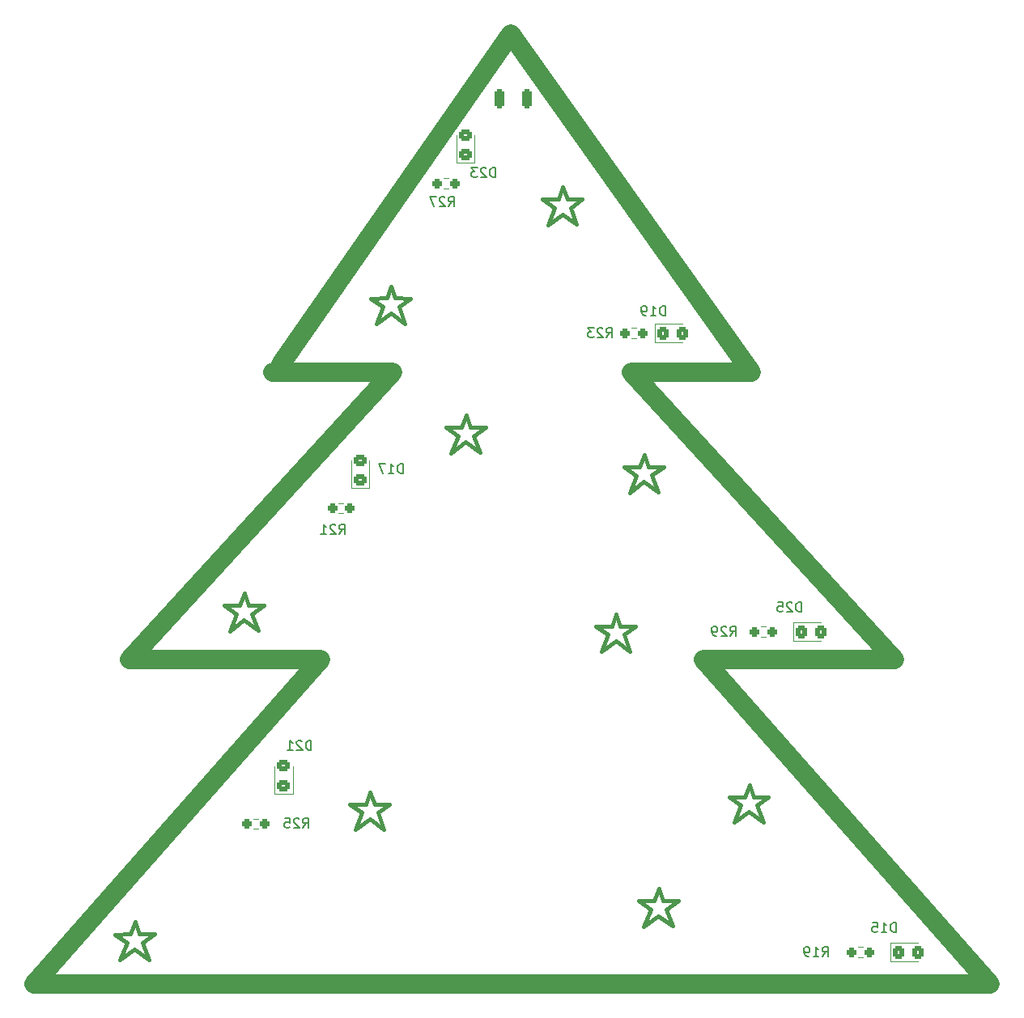
<source format=gbo>
G04 #@! TF.GenerationSoftware,KiCad,Pcbnew,7.0.8*
G04 #@! TF.CreationDate,2024-06-18T20:25:39+02:00*
G04 #@! TF.ProjectId,PCB_Christmas_Tree,5043425f-4368-4726-9973-746d61735f54,rev?*
G04 #@! TF.SameCoordinates,Original*
G04 #@! TF.FileFunction,Legend,Bot*
G04 #@! TF.FilePolarity,Positive*
%FSLAX46Y46*%
G04 Gerber Fmt 4.6, Leading zero omitted, Abs format (unit mm)*
G04 Created by KiCad (PCBNEW 7.0.8) date 2024-06-18 20:25:39*
%MOMM*%
%LPD*%
G01*
G04 APERTURE LIST*
G04 Aperture macros list*
%AMRoundRect*
0 Rectangle with rounded corners*
0 $1 Rounding radius*
0 $2 $3 $4 $5 $6 $7 $8 $9 X,Y pos of 4 corners*
0 Add a 4 corners polygon primitive as box body*
4,1,4,$2,$3,$4,$5,$6,$7,$8,$9,$2,$3,0*
0 Add four circle primitives for the rounded corners*
1,1,$1+$1,$2,$3*
1,1,$1+$1,$4,$5*
1,1,$1+$1,$6,$7*
1,1,$1+$1,$8,$9*
0 Add four rect primitives between the rounded corners*
20,1,$1+$1,$2,$3,$4,$5,0*
20,1,$1+$1,$4,$5,$6,$7,0*
20,1,$1+$1,$6,$7,$8,$9,0*
20,1,$1+$1,$8,$9,$2,$3,0*%
G04 Aperture macros list end*
%ADD10C,0.400000*%
%ADD11C,2.000000*%
%ADD12C,0.150000*%
%ADD13C,0.120000*%
%ADD14RoundRect,0.250000X-0.325000X-0.450000X0.325000X-0.450000X0.325000X0.450000X-0.325000X0.450000X0*%
%ADD15RoundRect,0.237500X0.250000X0.237500X-0.250000X0.237500X-0.250000X-0.237500X0.250000X-0.237500X0*%
%ADD16RoundRect,0.250000X0.250000X0.750000X-0.250000X0.750000X-0.250000X-0.750000X0.250000X-0.750000X0*%
%ADD17RoundRect,0.250000X0.450000X-0.325000X0.450000X0.325000X-0.450000X0.325000X-0.450000X-0.325000X0*%
%ADD18R,3.000000X2.000000*%
G04 APERTURE END LIST*
D10*
X182131455Y-122736305D02*
X183781455Y-122716305D01*
X193401455Y-84196305D02*
X192721455Y-85976305D01*
X159631455Y-135066305D02*
X159171455Y-136326305D01*
X184241455Y-121456305D02*
X184691455Y-122716305D01*
X184211455Y-124276305D02*
X182701455Y-125406305D01*
X214381455Y-134406305D02*
X215851455Y-135486305D01*
X182131455Y-122736305D02*
X183381455Y-123626305D01*
X209091455Y-105006305D02*
X208411455Y-106786305D01*
X221781455Y-121976305D02*
X223031455Y-122866305D01*
X212031455Y-88336305D02*
X211351455Y-90116305D01*
X204361455Y-60996305D02*
X202851455Y-62126305D01*
X171071455Y-100656305D02*
X170611455Y-101916305D01*
X213711455Y-88326305D02*
X214911455Y-87436305D01*
X225911455Y-121966305D02*
X224341455Y-121956305D01*
X186261455Y-122726305D02*
X184691455Y-122716305D01*
D11*
X219071455Y-107566305D02*
X249071455Y-141566305D01*
D10*
X203531455Y-60346305D02*
X202851455Y-62126305D01*
X168961455Y-101936305D02*
X170611455Y-101916305D01*
X213551455Y-133756305D02*
X212871455Y-135536305D01*
X209921455Y-105656305D02*
X211391455Y-106736305D01*
X159631455Y-135066305D02*
X160081455Y-136326305D01*
X202281455Y-59456305D02*
X203931455Y-59436305D01*
X204391455Y-58176305D02*
X204841455Y-59436305D01*
X195081455Y-84186305D02*
X196281455Y-83296305D01*
X185561455Y-70696305D02*
X184881455Y-72476305D01*
X171041455Y-103476305D02*
X172511455Y-104556305D01*
X224711455Y-122856305D02*
X225911455Y-121966305D01*
X224711455Y-122856305D02*
X225331455Y-124596305D01*
X212301455Y-132866305D02*
X213951455Y-132846305D01*
X160451455Y-137226305D02*
X161071455Y-138966305D01*
X212891455Y-86166305D02*
X212431455Y-87426305D01*
X214411455Y-131586305D02*
X214861455Y-132846305D01*
X184311455Y-69806305D02*
X185561455Y-70696305D01*
X210781455Y-87446305D02*
X212031455Y-88336305D01*
D11*
X186571455Y-77566305D02*
X159071455Y-107566305D01*
X211571455Y-77566305D02*
X239071455Y-107566305D01*
D10*
X195081455Y-84186305D02*
X195701455Y-85926305D01*
D11*
X249071455Y-141566305D02*
X149071455Y-141566305D01*
X174071455Y-77566305D02*
X186571455Y-77566305D01*
D10*
X187241455Y-70686305D02*
X187861455Y-72426305D01*
X205211455Y-60336305D02*
X206411455Y-59446305D01*
X192151455Y-83306305D02*
X193801455Y-83286305D01*
X160451455Y-137226305D02*
X161651455Y-136336305D01*
X223891455Y-120696305D02*
X224341455Y-121956305D01*
X173091455Y-101926305D02*
X171521455Y-101916305D01*
X159601455Y-137886305D02*
X161071455Y-138966305D01*
X157521455Y-136346305D02*
X158771455Y-137236305D01*
X184211455Y-124276305D02*
X185681455Y-125356305D01*
X171041455Y-103476305D02*
X169531455Y-104606305D01*
X192151455Y-83306305D02*
X193401455Y-84196305D01*
X170211455Y-102826305D02*
X169531455Y-104606305D01*
D11*
X179071455Y-107566305D02*
X149071455Y-141566305D01*
D10*
X223031455Y-122866305D02*
X222351455Y-124646305D01*
X215231455Y-133746305D02*
X215851455Y-135486305D01*
D11*
X179071455Y-107566305D02*
X159071455Y-107566305D01*
D10*
X213711455Y-88326305D02*
X214331455Y-90066305D01*
X171071455Y-100656305D02*
X171521455Y-101916305D01*
X223861455Y-123516305D02*
X225331455Y-124596305D01*
X196281455Y-83296305D02*
X194711455Y-83286305D01*
X204391455Y-58176305D02*
X203931455Y-59436305D01*
X215231455Y-133746305D02*
X216431455Y-132856305D01*
D11*
X239071455Y-107566305D02*
X219071455Y-107566305D01*
D10*
X212861455Y-88986305D02*
X211351455Y-90116305D01*
X214381455Y-134406305D02*
X212871455Y-135536305D01*
X223891455Y-120696305D02*
X223431455Y-121956305D01*
X184311455Y-69806305D02*
X185961455Y-69786305D01*
X186391455Y-71346305D02*
X187861455Y-72426305D01*
X221781455Y-121976305D02*
X223431455Y-121956305D01*
X212861455Y-88986305D02*
X214331455Y-90066305D01*
X159601455Y-137886305D02*
X158091455Y-139016305D01*
D11*
X198963455Y-42133305D02*
X224071455Y-77566305D01*
D10*
X216431455Y-132856305D02*
X214861455Y-132846305D01*
X207841455Y-104116305D02*
X209091455Y-105006305D01*
X186421455Y-68526305D02*
X185961455Y-69786305D01*
X205211455Y-60336305D02*
X205831455Y-62076305D01*
X158771455Y-137236305D02*
X158091455Y-139016305D01*
X157521455Y-136346305D02*
X159171455Y-136326305D01*
X161651455Y-136336305D02*
X160081455Y-136326305D01*
X186391455Y-71346305D02*
X184881455Y-72476305D01*
X184241455Y-121456305D02*
X183781455Y-122716305D01*
D11*
X198963455Y-42133305D02*
X174863455Y-76733305D01*
D10*
X210781455Y-87446305D02*
X212431455Y-87426305D01*
X202281455Y-59456305D02*
X203531455Y-60346305D01*
X194231455Y-84846305D02*
X192721455Y-85976305D01*
X194231455Y-84846305D02*
X195701455Y-85926305D01*
X214411455Y-131586305D02*
X213951455Y-132846305D01*
X185061455Y-123616305D02*
X186261455Y-122726305D01*
X183381455Y-123626305D02*
X182701455Y-125406305D01*
X207841455Y-104116305D02*
X209491455Y-104096305D01*
X210771455Y-104996305D02*
X211971455Y-104106305D01*
X223861455Y-123516305D02*
X222351455Y-124646305D01*
X168961455Y-101936305D02*
X170211455Y-102826305D01*
X194261455Y-82026305D02*
X194711455Y-83286305D01*
X187241455Y-70686305D02*
X188441455Y-69796305D01*
X210771455Y-104996305D02*
X211391455Y-106736305D01*
X185061455Y-123616305D02*
X185681455Y-125356305D01*
X209951455Y-102836305D02*
X210401455Y-104096305D01*
X188441455Y-69796305D02*
X186871455Y-69786305D01*
X186421455Y-68526305D02*
X186871455Y-69786305D01*
X212891455Y-86166305D02*
X213341455Y-87426305D01*
X206411455Y-59446305D02*
X204841455Y-59436305D01*
X209921455Y-105656305D02*
X208411455Y-106786305D01*
X211971455Y-104106305D02*
X210401455Y-104096305D01*
X209951455Y-102836305D02*
X209491455Y-104096305D01*
X171891455Y-102816305D02*
X172511455Y-104556305D01*
X212301455Y-132866305D02*
X213551455Y-133756305D01*
X171891455Y-102816305D02*
X173091455Y-101926305D01*
X204361455Y-60996305D02*
X205831455Y-62076305D01*
X194261455Y-82026305D02*
X193801455Y-83286305D01*
X214911455Y-87436305D02*
X213341455Y-87426305D01*
D11*
X211571455Y-77566305D02*
X224071455Y-77566305D01*
D12*
X229307740Y-102593124D02*
X229307740Y-101593124D01*
X229307740Y-101593124D02*
X229069645Y-101593124D01*
X229069645Y-101593124D02*
X228926788Y-101640743D01*
X228926788Y-101640743D02*
X228831550Y-101735981D01*
X228831550Y-101735981D02*
X228783931Y-101831219D01*
X228783931Y-101831219D02*
X228736312Y-102021695D01*
X228736312Y-102021695D02*
X228736312Y-102164552D01*
X228736312Y-102164552D02*
X228783931Y-102355028D01*
X228783931Y-102355028D02*
X228831550Y-102450266D01*
X228831550Y-102450266D02*
X228926788Y-102545505D01*
X228926788Y-102545505D02*
X229069645Y-102593124D01*
X229069645Y-102593124D02*
X229307740Y-102593124D01*
X228355359Y-101688362D02*
X228307740Y-101640743D01*
X228307740Y-101640743D02*
X228212502Y-101593124D01*
X228212502Y-101593124D02*
X227974407Y-101593124D01*
X227974407Y-101593124D02*
X227879169Y-101640743D01*
X227879169Y-101640743D02*
X227831550Y-101688362D01*
X227831550Y-101688362D02*
X227783931Y-101783600D01*
X227783931Y-101783600D02*
X227783931Y-101878838D01*
X227783931Y-101878838D02*
X227831550Y-102021695D01*
X227831550Y-102021695D02*
X228402978Y-102593124D01*
X228402978Y-102593124D02*
X227783931Y-102593124D01*
X226879169Y-101593124D02*
X227355359Y-101593124D01*
X227355359Y-101593124D02*
X227402978Y-102069314D01*
X227402978Y-102069314D02*
X227355359Y-102021695D01*
X227355359Y-102021695D02*
X227260121Y-101974076D01*
X227260121Y-101974076D02*
X227022026Y-101974076D01*
X227022026Y-101974076D02*
X226926788Y-102021695D01*
X226926788Y-102021695D02*
X226879169Y-102069314D01*
X226879169Y-102069314D02*
X226831550Y-102164552D01*
X226831550Y-102164552D02*
X226831550Y-102402647D01*
X226831550Y-102402647D02*
X226879169Y-102497885D01*
X226879169Y-102497885D02*
X226926788Y-102545505D01*
X226926788Y-102545505D02*
X227022026Y-102593124D01*
X227022026Y-102593124D02*
X227260121Y-102593124D01*
X227260121Y-102593124D02*
X227355359Y-102545505D01*
X227355359Y-102545505D02*
X227402978Y-102497885D01*
X208924312Y-73891124D02*
X209257645Y-73414933D01*
X209495740Y-73891124D02*
X209495740Y-72891124D01*
X209495740Y-72891124D02*
X209114788Y-72891124D01*
X209114788Y-72891124D02*
X209019550Y-72938743D01*
X209019550Y-72938743D02*
X208971931Y-72986362D01*
X208971931Y-72986362D02*
X208924312Y-73081600D01*
X208924312Y-73081600D02*
X208924312Y-73224457D01*
X208924312Y-73224457D02*
X208971931Y-73319695D01*
X208971931Y-73319695D02*
X209019550Y-73367314D01*
X209019550Y-73367314D02*
X209114788Y-73414933D01*
X209114788Y-73414933D02*
X209495740Y-73414933D01*
X208543359Y-72986362D02*
X208495740Y-72938743D01*
X208495740Y-72938743D02*
X208400502Y-72891124D01*
X208400502Y-72891124D02*
X208162407Y-72891124D01*
X208162407Y-72891124D02*
X208067169Y-72938743D01*
X208067169Y-72938743D02*
X208019550Y-72986362D01*
X208019550Y-72986362D02*
X207971931Y-73081600D01*
X207971931Y-73081600D02*
X207971931Y-73176838D01*
X207971931Y-73176838D02*
X208019550Y-73319695D01*
X208019550Y-73319695D02*
X208590978Y-73891124D01*
X208590978Y-73891124D02*
X207971931Y-73891124D01*
X207638597Y-72891124D02*
X207019550Y-72891124D01*
X207019550Y-72891124D02*
X207352883Y-73272076D01*
X207352883Y-73272076D02*
X207210026Y-73272076D01*
X207210026Y-73272076D02*
X207114788Y-73319695D01*
X207114788Y-73319695D02*
X207067169Y-73367314D01*
X207067169Y-73367314D02*
X207019550Y-73462552D01*
X207019550Y-73462552D02*
X207019550Y-73700647D01*
X207019550Y-73700647D02*
X207067169Y-73795885D01*
X207067169Y-73795885D02*
X207114788Y-73843505D01*
X207114788Y-73843505D02*
X207210026Y-73891124D01*
X207210026Y-73891124D02*
X207495740Y-73891124D01*
X207495740Y-73891124D02*
X207590978Y-73843505D01*
X207590978Y-73843505D02*
X207638597Y-73795885D01*
X177174312Y-125199124D02*
X177507645Y-124722933D01*
X177745740Y-125199124D02*
X177745740Y-124199124D01*
X177745740Y-124199124D02*
X177364788Y-124199124D01*
X177364788Y-124199124D02*
X177269550Y-124246743D01*
X177269550Y-124246743D02*
X177221931Y-124294362D01*
X177221931Y-124294362D02*
X177174312Y-124389600D01*
X177174312Y-124389600D02*
X177174312Y-124532457D01*
X177174312Y-124532457D02*
X177221931Y-124627695D01*
X177221931Y-124627695D02*
X177269550Y-124675314D01*
X177269550Y-124675314D02*
X177364788Y-124722933D01*
X177364788Y-124722933D02*
X177745740Y-124722933D01*
X176793359Y-124294362D02*
X176745740Y-124246743D01*
X176745740Y-124246743D02*
X176650502Y-124199124D01*
X176650502Y-124199124D02*
X176412407Y-124199124D01*
X176412407Y-124199124D02*
X176317169Y-124246743D01*
X176317169Y-124246743D02*
X176269550Y-124294362D01*
X176269550Y-124294362D02*
X176221931Y-124389600D01*
X176221931Y-124389600D02*
X176221931Y-124484838D01*
X176221931Y-124484838D02*
X176269550Y-124627695D01*
X176269550Y-124627695D02*
X176840978Y-125199124D01*
X176840978Y-125199124D02*
X176221931Y-125199124D01*
X175317169Y-124199124D02*
X175793359Y-124199124D01*
X175793359Y-124199124D02*
X175840978Y-124675314D01*
X175840978Y-124675314D02*
X175793359Y-124627695D01*
X175793359Y-124627695D02*
X175698121Y-124580076D01*
X175698121Y-124580076D02*
X175460026Y-124580076D01*
X175460026Y-124580076D02*
X175364788Y-124627695D01*
X175364788Y-124627695D02*
X175317169Y-124675314D01*
X175317169Y-124675314D02*
X175269550Y-124770552D01*
X175269550Y-124770552D02*
X175269550Y-125008647D01*
X175269550Y-125008647D02*
X175317169Y-125103885D01*
X175317169Y-125103885D02*
X175364788Y-125151505D01*
X175364788Y-125151505D02*
X175460026Y-125199124D01*
X175460026Y-125199124D02*
X175698121Y-125199124D01*
X175698121Y-125199124D02*
X175793359Y-125151505D01*
X175793359Y-125151505D02*
X175840978Y-125103885D01*
X239213740Y-136121124D02*
X239213740Y-135121124D01*
X239213740Y-135121124D02*
X238975645Y-135121124D01*
X238975645Y-135121124D02*
X238832788Y-135168743D01*
X238832788Y-135168743D02*
X238737550Y-135263981D01*
X238737550Y-135263981D02*
X238689931Y-135359219D01*
X238689931Y-135359219D02*
X238642312Y-135549695D01*
X238642312Y-135549695D02*
X238642312Y-135692552D01*
X238642312Y-135692552D02*
X238689931Y-135883028D01*
X238689931Y-135883028D02*
X238737550Y-135978266D01*
X238737550Y-135978266D02*
X238832788Y-136073505D01*
X238832788Y-136073505D02*
X238975645Y-136121124D01*
X238975645Y-136121124D02*
X239213740Y-136121124D01*
X237689931Y-136121124D02*
X238261359Y-136121124D01*
X237975645Y-136121124D02*
X237975645Y-135121124D01*
X237975645Y-135121124D02*
X238070883Y-135263981D01*
X238070883Y-135263981D02*
X238166121Y-135359219D01*
X238166121Y-135359219D02*
X238261359Y-135406838D01*
X236785169Y-135121124D02*
X237261359Y-135121124D01*
X237261359Y-135121124D02*
X237308978Y-135597314D01*
X237308978Y-135597314D02*
X237261359Y-135549695D01*
X237261359Y-135549695D02*
X237166121Y-135502076D01*
X237166121Y-135502076D02*
X236928026Y-135502076D01*
X236928026Y-135502076D02*
X236832788Y-135549695D01*
X236832788Y-135549695D02*
X236785169Y-135597314D01*
X236785169Y-135597314D02*
X236737550Y-135692552D01*
X236737550Y-135692552D02*
X236737550Y-135930647D01*
X236737550Y-135930647D02*
X236785169Y-136025885D01*
X236785169Y-136025885D02*
X236832788Y-136073505D01*
X236832788Y-136073505D02*
X236928026Y-136121124D01*
X236928026Y-136121124D02*
X237166121Y-136121124D01*
X237166121Y-136121124D02*
X237261359Y-136073505D01*
X237261359Y-136073505D02*
X237308978Y-136025885D01*
X180984312Y-94465124D02*
X181317645Y-93988933D01*
X181555740Y-94465124D02*
X181555740Y-93465124D01*
X181555740Y-93465124D02*
X181174788Y-93465124D01*
X181174788Y-93465124D02*
X181079550Y-93512743D01*
X181079550Y-93512743D02*
X181031931Y-93560362D01*
X181031931Y-93560362D02*
X180984312Y-93655600D01*
X180984312Y-93655600D02*
X180984312Y-93798457D01*
X180984312Y-93798457D02*
X181031931Y-93893695D01*
X181031931Y-93893695D02*
X181079550Y-93941314D01*
X181079550Y-93941314D02*
X181174788Y-93988933D01*
X181174788Y-93988933D02*
X181555740Y-93988933D01*
X180603359Y-93560362D02*
X180555740Y-93512743D01*
X180555740Y-93512743D02*
X180460502Y-93465124D01*
X180460502Y-93465124D02*
X180222407Y-93465124D01*
X180222407Y-93465124D02*
X180127169Y-93512743D01*
X180127169Y-93512743D02*
X180079550Y-93560362D01*
X180079550Y-93560362D02*
X180031931Y-93655600D01*
X180031931Y-93655600D02*
X180031931Y-93750838D01*
X180031931Y-93750838D02*
X180079550Y-93893695D01*
X180079550Y-93893695D02*
X180650978Y-94465124D01*
X180650978Y-94465124D02*
X180031931Y-94465124D01*
X179079550Y-94465124D02*
X179650978Y-94465124D01*
X179365264Y-94465124D02*
X179365264Y-93465124D01*
X179365264Y-93465124D02*
X179460502Y-93607981D01*
X179460502Y-93607981D02*
X179555740Y-93703219D01*
X179555740Y-93703219D02*
X179650978Y-93750838D01*
X187651740Y-88115124D02*
X187651740Y-87115124D01*
X187651740Y-87115124D02*
X187413645Y-87115124D01*
X187413645Y-87115124D02*
X187270788Y-87162743D01*
X187270788Y-87162743D02*
X187175550Y-87257981D01*
X187175550Y-87257981D02*
X187127931Y-87353219D01*
X187127931Y-87353219D02*
X187080312Y-87543695D01*
X187080312Y-87543695D02*
X187080312Y-87686552D01*
X187080312Y-87686552D02*
X187127931Y-87877028D01*
X187127931Y-87877028D02*
X187175550Y-87972266D01*
X187175550Y-87972266D02*
X187270788Y-88067505D01*
X187270788Y-88067505D02*
X187413645Y-88115124D01*
X187413645Y-88115124D02*
X187651740Y-88115124D01*
X186127931Y-88115124D02*
X186699359Y-88115124D01*
X186413645Y-88115124D02*
X186413645Y-87115124D01*
X186413645Y-87115124D02*
X186508883Y-87257981D01*
X186508883Y-87257981D02*
X186604121Y-87353219D01*
X186604121Y-87353219D02*
X186699359Y-87400838D01*
X185794597Y-87115124D02*
X185127931Y-87115124D01*
X185127931Y-87115124D02*
X185556502Y-88115124D01*
X221878312Y-105133124D02*
X222211645Y-104656933D01*
X222449740Y-105133124D02*
X222449740Y-104133124D01*
X222449740Y-104133124D02*
X222068788Y-104133124D01*
X222068788Y-104133124D02*
X221973550Y-104180743D01*
X221973550Y-104180743D02*
X221925931Y-104228362D01*
X221925931Y-104228362D02*
X221878312Y-104323600D01*
X221878312Y-104323600D02*
X221878312Y-104466457D01*
X221878312Y-104466457D02*
X221925931Y-104561695D01*
X221925931Y-104561695D02*
X221973550Y-104609314D01*
X221973550Y-104609314D02*
X222068788Y-104656933D01*
X222068788Y-104656933D02*
X222449740Y-104656933D01*
X221497359Y-104228362D02*
X221449740Y-104180743D01*
X221449740Y-104180743D02*
X221354502Y-104133124D01*
X221354502Y-104133124D02*
X221116407Y-104133124D01*
X221116407Y-104133124D02*
X221021169Y-104180743D01*
X221021169Y-104180743D02*
X220973550Y-104228362D01*
X220973550Y-104228362D02*
X220925931Y-104323600D01*
X220925931Y-104323600D02*
X220925931Y-104418838D01*
X220925931Y-104418838D02*
X220973550Y-104561695D01*
X220973550Y-104561695D02*
X221544978Y-105133124D01*
X221544978Y-105133124D02*
X220925931Y-105133124D01*
X220449740Y-105133124D02*
X220259264Y-105133124D01*
X220259264Y-105133124D02*
X220164026Y-105085505D01*
X220164026Y-105085505D02*
X220116407Y-105037885D01*
X220116407Y-105037885D02*
X220021169Y-104895028D01*
X220021169Y-104895028D02*
X219973550Y-104704552D01*
X219973550Y-104704552D02*
X219973550Y-104323600D01*
X219973550Y-104323600D02*
X220021169Y-104228362D01*
X220021169Y-104228362D02*
X220068788Y-104180743D01*
X220068788Y-104180743D02*
X220164026Y-104133124D01*
X220164026Y-104133124D02*
X220354502Y-104133124D01*
X220354502Y-104133124D02*
X220449740Y-104180743D01*
X220449740Y-104180743D02*
X220497359Y-104228362D01*
X220497359Y-104228362D02*
X220544978Y-104323600D01*
X220544978Y-104323600D02*
X220544978Y-104561695D01*
X220544978Y-104561695D02*
X220497359Y-104656933D01*
X220497359Y-104656933D02*
X220449740Y-104704552D01*
X220449740Y-104704552D02*
X220354502Y-104752171D01*
X220354502Y-104752171D02*
X220164026Y-104752171D01*
X220164026Y-104752171D02*
X220068788Y-104704552D01*
X220068788Y-104704552D02*
X220021169Y-104656933D01*
X220021169Y-104656933D02*
X219973550Y-104561695D01*
X231530312Y-138661124D02*
X231863645Y-138184933D01*
X232101740Y-138661124D02*
X232101740Y-137661124D01*
X232101740Y-137661124D02*
X231720788Y-137661124D01*
X231720788Y-137661124D02*
X231625550Y-137708743D01*
X231625550Y-137708743D02*
X231577931Y-137756362D01*
X231577931Y-137756362D02*
X231530312Y-137851600D01*
X231530312Y-137851600D02*
X231530312Y-137994457D01*
X231530312Y-137994457D02*
X231577931Y-138089695D01*
X231577931Y-138089695D02*
X231625550Y-138137314D01*
X231625550Y-138137314D02*
X231720788Y-138184933D01*
X231720788Y-138184933D02*
X232101740Y-138184933D01*
X230577931Y-138661124D02*
X231149359Y-138661124D01*
X230863645Y-138661124D02*
X230863645Y-137661124D01*
X230863645Y-137661124D02*
X230958883Y-137803981D01*
X230958883Y-137803981D02*
X231054121Y-137899219D01*
X231054121Y-137899219D02*
X231149359Y-137946838D01*
X230101740Y-138661124D02*
X229911264Y-138661124D01*
X229911264Y-138661124D02*
X229816026Y-138613505D01*
X229816026Y-138613505D02*
X229768407Y-138565885D01*
X229768407Y-138565885D02*
X229673169Y-138423028D01*
X229673169Y-138423028D02*
X229625550Y-138232552D01*
X229625550Y-138232552D02*
X229625550Y-137851600D01*
X229625550Y-137851600D02*
X229673169Y-137756362D01*
X229673169Y-137756362D02*
X229720788Y-137708743D01*
X229720788Y-137708743D02*
X229816026Y-137661124D01*
X229816026Y-137661124D02*
X230006502Y-137661124D01*
X230006502Y-137661124D02*
X230101740Y-137708743D01*
X230101740Y-137708743D02*
X230149359Y-137756362D01*
X230149359Y-137756362D02*
X230196978Y-137851600D01*
X230196978Y-137851600D02*
X230196978Y-138089695D01*
X230196978Y-138089695D02*
X230149359Y-138184933D01*
X230149359Y-138184933D02*
X230101740Y-138232552D01*
X230101740Y-138232552D02*
X230006502Y-138280171D01*
X230006502Y-138280171D02*
X229816026Y-138280171D01*
X229816026Y-138280171D02*
X229720788Y-138232552D01*
X229720788Y-138232552D02*
X229673169Y-138184933D01*
X229673169Y-138184933D02*
X229625550Y-138089695D01*
X178055740Y-117071124D02*
X178055740Y-116071124D01*
X178055740Y-116071124D02*
X177817645Y-116071124D01*
X177817645Y-116071124D02*
X177674788Y-116118743D01*
X177674788Y-116118743D02*
X177579550Y-116213981D01*
X177579550Y-116213981D02*
X177531931Y-116309219D01*
X177531931Y-116309219D02*
X177484312Y-116499695D01*
X177484312Y-116499695D02*
X177484312Y-116642552D01*
X177484312Y-116642552D02*
X177531931Y-116833028D01*
X177531931Y-116833028D02*
X177579550Y-116928266D01*
X177579550Y-116928266D02*
X177674788Y-117023505D01*
X177674788Y-117023505D02*
X177817645Y-117071124D01*
X177817645Y-117071124D02*
X178055740Y-117071124D01*
X177103359Y-116166362D02*
X177055740Y-116118743D01*
X177055740Y-116118743D02*
X176960502Y-116071124D01*
X176960502Y-116071124D02*
X176722407Y-116071124D01*
X176722407Y-116071124D02*
X176627169Y-116118743D01*
X176627169Y-116118743D02*
X176579550Y-116166362D01*
X176579550Y-116166362D02*
X176531931Y-116261600D01*
X176531931Y-116261600D02*
X176531931Y-116356838D01*
X176531931Y-116356838D02*
X176579550Y-116499695D01*
X176579550Y-116499695D02*
X177150978Y-117071124D01*
X177150978Y-117071124D02*
X176531931Y-117071124D01*
X175579550Y-117071124D02*
X176150978Y-117071124D01*
X175865264Y-117071124D02*
X175865264Y-116071124D01*
X175865264Y-116071124D02*
X175960502Y-116213981D01*
X175960502Y-116213981D02*
X176055740Y-116309219D01*
X176055740Y-116309219D02*
X176150978Y-116356838D01*
X215083740Y-71605124D02*
X215083740Y-70605124D01*
X215083740Y-70605124D02*
X214845645Y-70605124D01*
X214845645Y-70605124D02*
X214702788Y-70652743D01*
X214702788Y-70652743D02*
X214607550Y-70747981D01*
X214607550Y-70747981D02*
X214559931Y-70843219D01*
X214559931Y-70843219D02*
X214512312Y-71033695D01*
X214512312Y-71033695D02*
X214512312Y-71176552D01*
X214512312Y-71176552D02*
X214559931Y-71367028D01*
X214559931Y-71367028D02*
X214607550Y-71462266D01*
X214607550Y-71462266D02*
X214702788Y-71557505D01*
X214702788Y-71557505D02*
X214845645Y-71605124D01*
X214845645Y-71605124D02*
X215083740Y-71605124D01*
X213559931Y-71605124D02*
X214131359Y-71605124D01*
X213845645Y-71605124D02*
X213845645Y-70605124D01*
X213845645Y-70605124D02*
X213940883Y-70747981D01*
X213940883Y-70747981D02*
X214036121Y-70843219D01*
X214036121Y-70843219D02*
X214131359Y-70890838D01*
X213083740Y-71605124D02*
X212893264Y-71605124D01*
X212893264Y-71605124D02*
X212798026Y-71557505D01*
X212798026Y-71557505D02*
X212750407Y-71509885D01*
X212750407Y-71509885D02*
X212655169Y-71367028D01*
X212655169Y-71367028D02*
X212607550Y-71176552D01*
X212607550Y-71176552D02*
X212607550Y-70795600D01*
X212607550Y-70795600D02*
X212655169Y-70700362D01*
X212655169Y-70700362D02*
X212702788Y-70652743D01*
X212702788Y-70652743D02*
X212798026Y-70605124D01*
X212798026Y-70605124D02*
X212988502Y-70605124D01*
X212988502Y-70605124D02*
X213083740Y-70652743D01*
X213083740Y-70652743D02*
X213131359Y-70700362D01*
X213131359Y-70700362D02*
X213178978Y-70795600D01*
X213178978Y-70795600D02*
X213178978Y-71033695D01*
X213178978Y-71033695D02*
X213131359Y-71128933D01*
X213131359Y-71128933D02*
X213083740Y-71176552D01*
X213083740Y-71176552D02*
X212988502Y-71224171D01*
X212988502Y-71224171D02*
X212798026Y-71224171D01*
X212798026Y-71224171D02*
X212702788Y-71176552D01*
X212702788Y-71176552D02*
X212655169Y-71128933D01*
X212655169Y-71128933D02*
X212607550Y-71033695D01*
X192414312Y-60175124D02*
X192747645Y-59698933D01*
X192985740Y-60175124D02*
X192985740Y-59175124D01*
X192985740Y-59175124D02*
X192604788Y-59175124D01*
X192604788Y-59175124D02*
X192509550Y-59222743D01*
X192509550Y-59222743D02*
X192461931Y-59270362D01*
X192461931Y-59270362D02*
X192414312Y-59365600D01*
X192414312Y-59365600D02*
X192414312Y-59508457D01*
X192414312Y-59508457D02*
X192461931Y-59603695D01*
X192461931Y-59603695D02*
X192509550Y-59651314D01*
X192509550Y-59651314D02*
X192604788Y-59698933D01*
X192604788Y-59698933D02*
X192985740Y-59698933D01*
X192033359Y-59270362D02*
X191985740Y-59222743D01*
X191985740Y-59222743D02*
X191890502Y-59175124D01*
X191890502Y-59175124D02*
X191652407Y-59175124D01*
X191652407Y-59175124D02*
X191557169Y-59222743D01*
X191557169Y-59222743D02*
X191509550Y-59270362D01*
X191509550Y-59270362D02*
X191461931Y-59365600D01*
X191461931Y-59365600D02*
X191461931Y-59460838D01*
X191461931Y-59460838D02*
X191509550Y-59603695D01*
X191509550Y-59603695D02*
X192080978Y-60175124D01*
X192080978Y-60175124D02*
X191461931Y-60175124D01*
X191128597Y-59175124D02*
X190461931Y-59175124D01*
X190461931Y-59175124D02*
X190890502Y-60175124D01*
X197303740Y-57127124D02*
X197303740Y-56127124D01*
X197303740Y-56127124D02*
X197065645Y-56127124D01*
X197065645Y-56127124D02*
X196922788Y-56174743D01*
X196922788Y-56174743D02*
X196827550Y-56269981D01*
X196827550Y-56269981D02*
X196779931Y-56365219D01*
X196779931Y-56365219D02*
X196732312Y-56555695D01*
X196732312Y-56555695D02*
X196732312Y-56698552D01*
X196732312Y-56698552D02*
X196779931Y-56889028D01*
X196779931Y-56889028D02*
X196827550Y-56984266D01*
X196827550Y-56984266D02*
X196922788Y-57079505D01*
X196922788Y-57079505D02*
X197065645Y-57127124D01*
X197065645Y-57127124D02*
X197303740Y-57127124D01*
X196351359Y-56222362D02*
X196303740Y-56174743D01*
X196303740Y-56174743D02*
X196208502Y-56127124D01*
X196208502Y-56127124D02*
X195970407Y-56127124D01*
X195970407Y-56127124D02*
X195875169Y-56174743D01*
X195875169Y-56174743D02*
X195827550Y-56222362D01*
X195827550Y-56222362D02*
X195779931Y-56317600D01*
X195779931Y-56317600D02*
X195779931Y-56412838D01*
X195779931Y-56412838D02*
X195827550Y-56555695D01*
X195827550Y-56555695D02*
X196398978Y-57127124D01*
X196398978Y-57127124D02*
X195779931Y-57127124D01*
X195446597Y-56127124D02*
X194827550Y-56127124D01*
X194827550Y-56127124D02*
X195160883Y-56508076D01*
X195160883Y-56508076D02*
X195018026Y-56508076D01*
X195018026Y-56508076D02*
X194922788Y-56555695D01*
X194922788Y-56555695D02*
X194875169Y-56603314D01*
X194875169Y-56603314D02*
X194827550Y-56698552D01*
X194827550Y-56698552D02*
X194827550Y-56936647D01*
X194827550Y-56936647D02*
X194875169Y-57031885D01*
X194875169Y-57031885D02*
X194922788Y-57079505D01*
X194922788Y-57079505D02*
X195018026Y-57127124D01*
X195018026Y-57127124D02*
X195303740Y-57127124D01*
X195303740Y-57127124D02*
X195398978Y-57079505D01*
X195398978Y-57079505D02*
X195446597Y-57031885D01*
D13*
X228519455Y-103718305D02*
X231379455Y-103718305D01*
X228519455Y-105638305D02*
X228519455Y-103718305D01*
X231379455Y-105638305D02*
X228519455Y-105638305D01*
X212092179Y-73958805D02*
X211582731Y-73958805D01*
X212092179Y-72913805D02*
X211582731Y-72913805D01*
X172533679Y-125298805D02*
X172024231Y-125298805D01*
X172533679Y-124253805D02*
X172024231Y-124253805D01*
X238679455Y-137246305D02*
X241539455Y-137246305D01*
X238679455Y-139166305D02*
X238679455Y-137246305D01*
X241539455Y-139166305D02*
X238679455Y-139166305D01*
X181446179Y-92273805D02*
X180936731Y-92273805D01*
X181446179Y-91228805D02*
X180936731Y-91228805D01*
X182231455Y-89636305D02*
X182231455Y-86776305D01*
X184151455Y-89636305D02*
X182231455Y-89636305D01*
X184151455Y-86776305D02*
X184151455Y-89636305D01*
X225634179Y-105200805D02*
X225124731Y-105200805D01*
X225634179Y-104155805D02*
X225124731Y-104155805D01*
X235794179Y-138728805D02*
X235284731Y-138728805D01*
X235794179Y-137683805D02*
X235284731Y-137683805D01*
X174231455Y-121611305D02*
X174231455Y-118751305D01*
X176151455Y-121611305D02*
X174231455Y-121611305D01*
X176151455Y-118751305D02*
X176151455Y-121611305D01*
X214041455Y-72476305D02*
X216901455Y-72476305D01*
X214041455Y-74396305D02*
X214041455Y-72476305D01*
X216901455Y-74396305D02*
X214041455Y-74396305D01*
X192446179Y-58298805D02*
X191936731Y-58298805D01*
X192446179Y-57253805D02*
X191936731Y-57253805D01*
X193231455Y-55611305D02*
X193231455Y-52751305D01*
X195151455Y-55611305D02*
X193231455Y-55611305D01*
X195151455Y-52751305D02*
X195151455Y-55611305D01*
%LPC*%
D14*
X229354455Y-104678305D03*
X231404455Y-104678305D03*
D15*
X212749955Y-73436305D03*
X210924955Y-73436305D03*
X173191455Y-124776305D03*
X171366455Y-124776305D03*
D14*
X239514455Y-138206305D03*
X241564455Y-138206305D03*
D15*
X182103955Y-91751305D03*
X180278955Y-91751305D03*
D16*
X200661455Y-48925305D03*
D17*
X183191455Y-88801305D03*
X183191455Y-86751305D03*
D15*
X226291955Y-104678305D03*
X224466955Y-104678305D03*
X236451955Y-138206305D03*
X234626955Y-138206305D03*
D16*
X197740455Y-48925305D03*
D17*
X175191455Y-120776305D03*
X175191455Y-118726305D03*
D14*
X214876455Y-73436305D03*
X216926455Y-73436305D03*
D15*
X193103955Y-57776305D03*
X191278955Y-57776305D03*
D18*
X197191455Y-93886305D03*
X197191455Y-97188305D03*
X197191455Y-100490305D03*
X197191455Y-103538305D03*
D17*
X194191455Y-54776305D03*
X194191455Y-52726305D03*
%LPD*%
M02*

</source>
